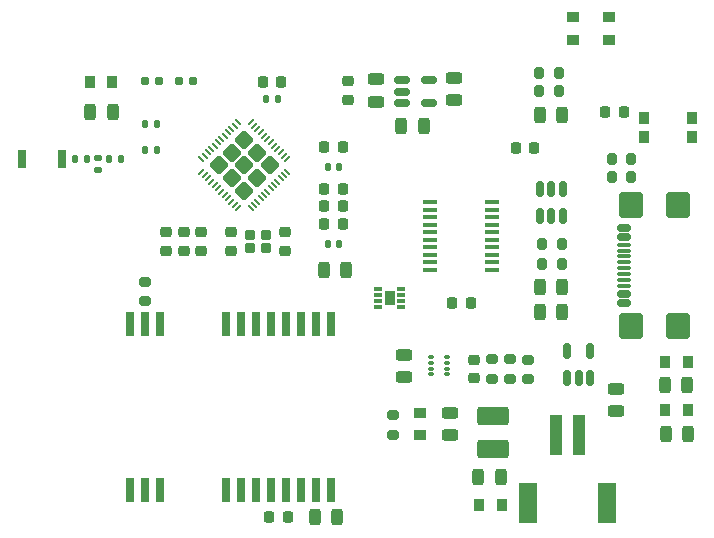
<source format=gbr>
%TF.GenerationSoftware,KiCad,Pcbnew,9.0.3*%
%TF.CreationDate,2025-07-21T13:51:53+02:00*%
%TF.ProjectId,LoRa_Project,4c6f5261-5f50-4726-9f6a-6563742e6b69,rev?*%
%TF.SameCoordinates,Original*%
%TF.FileFunction,Paste,Top*%
%TF.FilePolarity,Positive*%
%FSLAX46Y46*%
G04 Gerber Fmt 4.6, Leading zero omitted, Abs format (unit mm)*
G04 Created by KiCad (PCBNEW 9.0.3) date 2025-07-21 13:51:53*
%MOMM*%
%LPD*%
G01*
G04 APERTURE LIST*
G04 Aperture macros list*
%AMRoundRect*
0 Rectangle with rounded corners*
0 $1 Rounding radius*
0 $2 $3 $4 $5 $6 $7 $8 $9 X,Y pos of 4 corners*
0 Add a 4 corners polygon primitive as box body*
4,1,4,$2,$3,$4,$5,$6,$7,$8,$9,$2,$3,0*
0 Add four circle primitives for the rounded corners*
1,1,$1+$1,$2,$3*
1,1,$1+$1,$4,$5*
1,1,$1+$1,$6,$7*
1,1,$1+$1,$8,$9*
0 Add four rect primitives between the rounded corners*
20,1,$1+$1,$2,$3,$4,$5,0*
20,1,$1+$1,$4,$5,$6,$7,0*
20,1,$1+$1,$6,$7,$8,$9,0*
20,1,$1+$1,$8,$9,$2,$3,0*%
G04 Aperture macros list end*
%ADD10RoundRect,0.150000X0.150000X-0.512500X0.150000X0.512500X-0.150000X0.512500X-0.150000X-0.512500X0*%
%ADD11RoundRect,0.100000X0.300000X0.450000X-0.300000X0.450000X-0.300000X-0.450000X0.300000X-0.450000X0*%
%ADD12RoundRect,0.225000X-0.225000X-0.250000X0.225000X-0.250000X0.225000X0.250000X-0.225000X0.250000X0*%
%ADD13RoundRect,0.218750X-0.218750X-0.256250X0.218750X-0.256250X0.218750X0.256250X-0.218750X0.256250X0*%
%ADD14RoundRect,0.147500X-0.147500X-0.172500X0.147500X-0.172500X0.147500X0.172500X-0.147500X0.172500X0*%
%ADD15RoundRect,0.243750X-0.456250X0.243750X-0.456250X-0.243750X0.456250X-0.243750X0.456250X0.243750X0*%
%ADD16RoundRect,0.147500X0.147500X0.172500X-0.147500X0.172500X-0.147500X-0.172500X0.147500X-0.172500X0*%
%ADD17RoundRect,0.100000X0.450000X-0.300000X0.450000X0.300000X-0.450000X0.300000X-0.450000X-0.300000X0*%
%ADD18RoundRect,0.160000X-0.197500X-0.160000X0.197500X-0.160000X0.197500X0.160000X-0.197500X0.160000X0*%
%ADD19RoundRect,0.050000X0.200000X0.100000X-0.200000X0.100000X-0.200000X-0.100000X0.200000X-0.100000X0*%
%ADD20RoundRect,0.243750X0.243750X0.456250X-0.243750X0.456250X-0.243750X-0.456250X0.243750X-0.456250X0*%
%ADD21RoundRect,0.243750X-0.243750X-0.456250X0.243750X-0.456250X0.243750X0.456250X-0.243750X0.456250X0*%
%ADD22RoundRect,0.200000X-0.275000X0.200000X-0.275000X-0.200000X0.275000X-0.200000X0.275000X0.200000X0*%
%ADD23RoundRect,0.200000X0.250000X0.200000X-0.250000X0.200000X-0.250000X-0.200000X0.250000X-0.200000X0*%
%ADD24RoundRect,0.218750X-0.256250X0.218750X-0.256250X-0.218750X0.256250X-0.218750X0.256250X0.218750X0*%
%ADD25RoundRect,0.200000X0.275000X-0.200000X0.275000X0.200000X-0.275000X0.200000X-0.275000X-0.200000X0*%
%ADD26RoundRect,0.150000X-0.150000X0.512500X-0.150000X-0.512500X0.150000X-0.512500X0.150000X0.512500X0*%
%ADD27R,0.800000X2.000000*%
%ADD28RoundRect,0.150000X-0.512500X-0.150000X0.512500X-0.150000X0.512500X0.150000X-0.512500X0.150000X0*%
%ADD29R,1.200000X0.400000*%
%ADD30RoundRect,0.100000X-0.300000X-0.450000X0.300000X-0.450000X0.300000X0.450000X-0.300000X0.450000X0*%
%ADD31R,0.750000X0.300000*%
%ADD32R,0.900000X1.300000*%
%ADD33RoundRect,0.250000X0.000000X0.523259X-0.523259X0.000000X0.000000X-0.523259X0.523259X0.000000X0*%
%ADD34RoundRect,0.050000X0.212132X0.282843X-0.282843X-0.212132X-0.212132X-0.282843X0.282843X0.212132X0*%
%ADD35RoundRect,0.050000X-0.212132X0.282843X-0.282843X0.212132X0.212132X-0.282843X0.282843X-0.212132X0*%
%ADD36RoundRect,0.150000X0.425000X-0.150000X0.425000X0.150000X-0.425000X0.150000X-0.425000X-0.150000X0*%
%ADD37RoundRect,0.075000X0.500000X-0.075000X0.500000X0.075000X-0.500000X0.075000X-0.500000X-0.075000X0*%
%ADD38RoundRect,0.250000X0.750000X-0.840000X0.750000X0.840000X-0.750000X0.840000X-0.750000X-0.840000X0*%
%ADD39RoundRect,0.200000X-0.200000X-0.275000X0.200000X-0.275000X0.200000X0.275000X-0.200000X0.275000X0*%
%ADD40RoundRect,0.147500X0.172500X-0.147500X0.172500X0.147500X-0.172500X0.147500X-0.172500X-0.147500X0*%
%ADD41RoundRect,0.218750X0.218750X0.256250X-0.218750X0.256250X-0.218750X-0.256250X0.218750X-0.256250X0*%
%ADD42RoundRect,0.218750X0.256250X-0.218750X0.256250X0.218750X-0.256250X0.218750X-0.256250X-0.218750X0*%
%ADD43RoundRect,0.320000X-1.030000X0.480000X-1.030000X-0.480000X1.030000X-0.480000X1.030000X0.480000X0*%
%ADD44R,0.900000X1.000000*%
%ADD45RoundRect,0.200000X0.200000X0.275000X-0.200000X0.275000X-0.200000X-0.275000X0.200000X-0.275000X0*%
%ADD46RoundRect,0.243750X0.456250X-0.243750X0.456250X0.243750X-0.456250X0.243750X-0.456250X-0.243750X0*%
%ADD47R,1.000000X3.500000*%
%ADD48R,1.500000X3.400000*%
%ADD49R,0.800000X1.600000*%
G04 APERTURE END LIST*
D10*
%TO.C,U4*%
X237999999Y-84000000D03*
X238949999Y-84000000D03*
X239899999Y-84000000D03*
X239899999Y-81725000D03*
X237999999Y-81725000D03*
%TD*%
D11*
%TO.C,D7*%
X199449999Y-59000000D03*
X197550001Y-59000000D03*
%TD*%
D12*
%TO.C,C12*%
X233625000Y-64600000D03*
X235175000Y-64600000D03*
%TD*%
D13*
%TO.C,C27*%
X241212500Y-61500000D03*
X242787500Y-61500000D03*
%TD*%
D14*
%TO.C,C10*%
X212515000Y-60450000D03*
X213485000Y-60450000D03*
%TD*%
D15*
%TO.C,C5*%
X228362500Y-58662500D03*
X228362500Y-60537500D03*
%TD*%
D16*
%TO.C,C8*%
X203235000Y-64750000D03*
X202265000Y-64750000D03*
%TD*%
D17*
%TO.C,D6*%
X225500000Y-88900000D03*
X225500000Y-87000002D03*
%TD*%
D18*
%TO.C,R15*%
X205102500Y-58900000D03*
X206297500Y-58900000D03*
%TD*%
D17*
%TO.C,D2*%
X241540000Y-55399999D03*
X241540000Y-53500001D03*
%TD*%
D19*
%TO.C,U1*%
X227785800Y-83737499D03*
X227785800Y-83237499D03*
X227785800Y-82737499D03*
X227785800Y-82237499D03*
X226414200Y-82237499D03*
X226414200Y-82737499D03*
X226414200Y-83237499D03*
X226414200Y-83737499D03*
%TD*%
D20*
%TO.C,C6*%
X219287500Y-74900000D03*
X217412500Y-74900000D03*
%TD*%
D13*
%TO.C,C21*%
X217424999Y-71000000D03*
X218999999Y-71000000D03*
%TD*%
D21*
%TO.C,R10*%
X230462499Y-92400000D03*
X232337501Y-92400000D03*
%TD*%
D15*
%TO.C,R5*%
X224200000Y-82062499D03*
X224200000Y-83937501D03*
%TD*%
D21*
%TO.C,C14*%
X216625000Y-95800000D03*
X218500000Y-95800000D03*
%TD*%
D22*
%TO.C,R13*%
X223200000Y-87175000D03*
X223200000Y-88825000D03*
%TD*%
D23*
%TO.C,Y1*%
X212500000Y-71900000D03*
X211100000Y-71900000D03*
X211100000Y-73000000D03*
X212500000Y-73000000D03*
%TD*%
D22*
%TO.C,R17*%
X202200000Y-75900000D03*
X202200000Y-77550000D03*
%TD*%
D24*
%TO.C,C1*%
X230100000Y-82487500D03*
X230100000Y-84062500D03*
%TD*%
D25*
%TO.C,R2*%
X233100000Y-84100000D03*
X233100000Y-82450000D03*
%TD*%
D26*
%TO.C,U3*%
X237600000Y-68075000D03*
X236650001Y-68075000D03*
X235700002Y-68075000D03*
X235700002Y-70350000D03*
X236650001Y-70350000D03*
X237600000Y-70350000D03*
%TD*%
D27*
%TO.C,IC2*%
X200960000Y-93500000D03*
X202230000Y-93500000D03*
X203500000Y-93500000D03*
X209070000Y-93500000D03*
X210340000Y-93500000D03*
X211610000Y-93500000D03*
X212880000Y-93500000D03*
X214150000Y-93500000D03*
X215420000Y-93500000D03*
X216690000Y-93500000D03*
X217960000Y-93500000D03*
X217960000Y-79500000D03*
X216690000Y-79500000D03*
X215420000Y-79500000D03*
X214150000Y-79500000D03*
X212880000Y-79500000D03*
X211610000Y-79500000D03*
X210340000Y-79500000D03*
X209070000Y-79500000D03*
X203500000Y-79500000D03*
X202230000Y-79500000D03*
X200960000Y-79500000D03*
%TD*%
D20*
%TO.C,R16*%
X199487501Y-61500000D03*
X197612499Y-61500000D03*
%TD*%
D14*
%TO.C,C28*%
X217715000Y-66200000D03*
X218685000Y-66200000D03*
%TD*%
D21*
%TO.C,R11*%
X246324999Y-88750000D03*
X248200001Y-88750000D03*
%TD*%
D28*
%TO.C,U2*%
X224025000Y-58850000D03*
X224025000Y-59800000D03*
X224025000Y-60750000D03*
X226300000Y-60750000D03*
X226300000Y-58850000D03*
%TD*%
D29*
%TO.C,U6*%
X226400000Y-69142500D03*
X226400000Y-69777500D03*
X226399999Y-70412500D03*
X226400000Y-71047500D03*
X226400000Y-71682500D03*
X226400000Y-72317500D03*
X226400000Y-72952500D03*
X226399999Y-73587500D03*
X226400000Y-74222500D03*
X226400000Y-74857500D03*
X231600000Y-74857500D03*
X231600000Y-74222500D03*
X231600001Y-73587500D03*
X231600000Y-72952500D03*
X231600000Y-72317500D03*
X231600000Y-71682500D03*
X231600000Y-71047500D03*
X231600001Y-70412500D03*
X231600000Y-69777500D03*
X231600000Y-69142500D03*
%TD*%
D30*
%TO.C,D3*%
X246300001Y-82650000D03*
X248199999Y-82650000D03*
%TD*%
D22*
%TO.C,R12*%
X234700000Y-82475000D03*
X234700000Y-84125000D03*
%TD*%
D31*
%TO.C,IC1*%
X221950000Y-76500000D03*
X221950000Y-77000000D03*
X221950000Y-77500000D03*
X221950000Y-78000000D03*
X223950000Y-78000000D03*
X223950000Y-77500000D03*
X223950000Y-77000000D03*
X223950000Y-76500000D03*
D32*
X222950000Y-77250000D03*
%TD*%
D33*
%TO.C,U5*%
X212805347Y-66030330D03*
X210641600Y-63866583D03*
X211723473Y-64948457D03*
X211723473Y-67112203D03*
X210641600Y-66030330D03*
X209559727Y-64948457D03*
X209559727Y-67112203D03*
X210641600Y-68194077D03*
X208477853Y-66030330D03*
D34*
X214283200Y-65500000D03*
X214000357Y-65217157D03*
X213717514Y-64934314D03*
X213434672Y-64651472D03*
X213151829Y-64368629D03*
X212868986Y-64085786D03*
X212586144Y-63802944D03*
X212303301Y-63520101D03*
X212020458Y-63237258D03*
X211737616Y-62954416D03*
X211454773Y-62671573D03*
X211171930Y-62388730D03*
D35*
X210111270Y-62388730D03*
X209828427Y-62671573D03*
X209545584Y-62954416D03*
X209262742Y-63237258D03*
X208979899Y-63520101D03*
X208697056Y-63802944D03*
X208414214Y-64085786D03*
X208131371Y-64368629D03*
X207848528Y-64651472D03*
X207565686Y-64934314D03*
X207282843Y-65217157D03*
X207000000Y-65500000D03*
D34*
X207000000Y-66560660D03*
X207282843Y-66843503D03*
X207565686Y-67126346D03*
X207848528Y-67409188D03*
X208131371Y-67692031D03*
X208414214Y-67974874D03*
X208697056Y-68257716D03*
X208979899Y-68540559D03*
X209262742Y-68823402D03*
X209545584Y-69106244D03*
X209828427Y-69389087D03*
X210111270Y-69671930D03*
D35*
X211171930Y-69671930D03*
X211454773Y-69389087D03*
X211737616Y-69106244D03*
X212020458Y-68823402D03*
X212303301Y-68540559D03*
X212586144Y-68257716D03*
X212868986Y-67974874D03*
X213151829Y-67692031D03*
X213434672Y-67409188D03*
X213717514Y-67126346D03*
X214000357Y-66843503D03*
X214283200Y-66560660D03*
%TD*%
D36*
%TO.C,J2*%
X242820000Y-77700000D03*
X242820000Y-76900000D03*
D37*
X242820000Y-75750000D03*
X242820000Y-74750000D03*
X242820000Y-74250000D03*
X242820000Y-73250000D03*
D36*
X242820000Y-72100000D03*
X242820000Y-71300000D03*
X242820000Y-71300000D03*
X242820000Y-72100000D03*
D37*
X242820000Y-72750000D03*
X242820000Y-73750000D03*
X242820000Y-75250000D03*
X242820000Y-76250000D03*
D36*
X242820000Y-76900000D03*
X242820000Y-77700000D03*
D38*
X243395000Y-79610000D03*
X247325000Y-79610000D03*
X243395000Y-69390000D03*
X247325000Y-69390000D03*
%TD*%
D39*
%TO.C,R8*%
X235600000Y-58250000D03*
X237250000Y-58250000D03*
%TD*%
%TO.C,R18*%
X235875000Y-74400000D03*
X237525000Y-74400000D03*
%TD*%
D40*
%TO.C,L5*%
X198250000Y-66400000D03*
X198250000Y-65430000D03*
%TD*%
D16*
%TO.C,C26*%
X203235000Y-62510001D03*
X202265000Y-62510001D03*
%TD*%
D21*
%TO.C,R20*%
X235662499Y-61750000D03*
X237537501Y-61750000D03*
%TD*%
D24*
%TO.C,C24*%
X207000000Y-71712500D03*
X207000000Y-73287500D03*
%TD*%
D20*
%TO.C,R3*%
X237574000Y-78426000D03*
X235698998Y-78426000D03*
%TD*%
D13*
%TO.C,L3*%
X217424998Y-69500000D03*
X219000000Y-69500000D03*
%TD*%
D41*
%TO.C,C11*%
X229799999Y-77700000D03*
X228224999Y-77700000D03*
%TD*%
D42*
%TO.C,C25*%
X214100000Y-73287500D03*
X214100000Y-71712500D03*
%TD*%
D24*
%TO.C,C23*%
X205500000Y-71712500D03*
X205500000Y-73287500D03*
%TD*%
D41*
%TO.C,L2*%
X219000000Y-68000000D03*
X217424998Y-68000000D03*
%TD*%
D13*
%TO.C,C20*%
X212212500Y-59000000D03*
X213787500Y-59000000D03*
%TD*%
D30*
%TO.C,D5*%
X246300001Y-86730000D03*
X248199999Y-86730000D03*
%TD*%
D25*
%TO.C,R1*%
X231600000Y-84100000D03*
X231600000Y-82450000D03*
%TD*%
D16*
%TO.C,L4*%
X197300000Y-65500000D03*
X196330000Y-65500000D03*
%TD*%
D39*
%TO.C,R7*%
X235600000Y-59750000D03*
X237250000Y-59750000D03*
%TD*%
D15*
%TO.C,C19*%
X221762500Y-58762500D03*
X221762500Y-60637500D03*
%TD*%
D14*
%TO.C,C29*%
X217730000Y-72700000D03*
X218700000Y-72700000D03*
%TD*%
D18*
%TO.C,R14*%
X202205000Y-58910000D03*
X203400000Y-58910000D03*
%TD*%
D24*
%TO.C,C22*%
X204000000Y-71712500D03*
X204000000Y-73287500D03*
%TD*%
D43*
%TO.C,C7*%
X231700000Y-87250001D03*
X231700000Y-90049999D03*
%TD*%
D41*
%TO.C,C13*%
X214337501Y-95800000D03*
X212762501Y-95800000D03*
%TD*%
D44*
%TO.C,RST1*%
X248550000Y-62000000D03*
X248550000Y-63600000D03*
X244450000Y-63600000D03*
X244450000Y-62000000D03*
%TD*%
D15*
%TO.C,C18*%
X228100000Y-86962500D03*
X228100000Y-88837500D03*
%TD*%
D21*
%TO.C,R4*%
X235698998Y-76376000D03*
X237574000Y-76376000D03*
%TD*%
D45*
%TO.C,R19*%
X243425000Y-67000000D03*
X241775000Y-67000000D03*
%TD*%
D30*
%TO.C,D4*%
X230550001Y-94825000D03*
X232449999Y-94825000D03*
%TD*%
D46*
%TO.C,C17*%
X242100000Y-86875001D03*
X242100000Y-85000001D03*
%TD*%
D20*
%TO.C,C4*%
X225825000Y-62725000D03*
X223950000Y-62725000D03*
%TD*%
D16*
%TO.C,C30*%
X200185000Y-65500000D03*
X199215000Y-65500000D03*
%TD*%
D47*
%TO.C,J4*%
X237000000Y-88875000D03*
X239000000Y-88875000D03*
D48*
X234650000Y-94625000D03*
X241350000Y-94625000D03*
%TD*%
D21*
%TO.C,R9*%
X246262499Y-84650000D03*
X248137501Y-84650000D03*
%TD*%
D24*
%TO.C,C2*%
X219462500Y-58912500D03*
X219462500Y-60487500D03*
%TD*%
D49*
%TO.C,E1*%
X195200000Y-65500000D03*
X191800000Y-65500000D03*
%TD*%
D45*
%TO.C,R21*%
X243425000Y-65500000D03*
X241775000Y-65500000D03*
%TD*%
D13*
%TO.C,C3*%
X217425000Y-64500000D03*
X219000000Y-64500000D03*
%TD*%
D17*
%TO.C,D1*%
X238500000Y-55399998D03*
X238500000Y-53500000D03*
%TD*%
D45*
%TO.C,R6*%
X237525000Y-72700000D03*
X235875000Y-72700000D03*
%TD*%
D42*
%TO.C,C9*%
X209500000Y-73287500D03*
X209500000Y-71712500D03*
%TD*%
M02*

</source>
